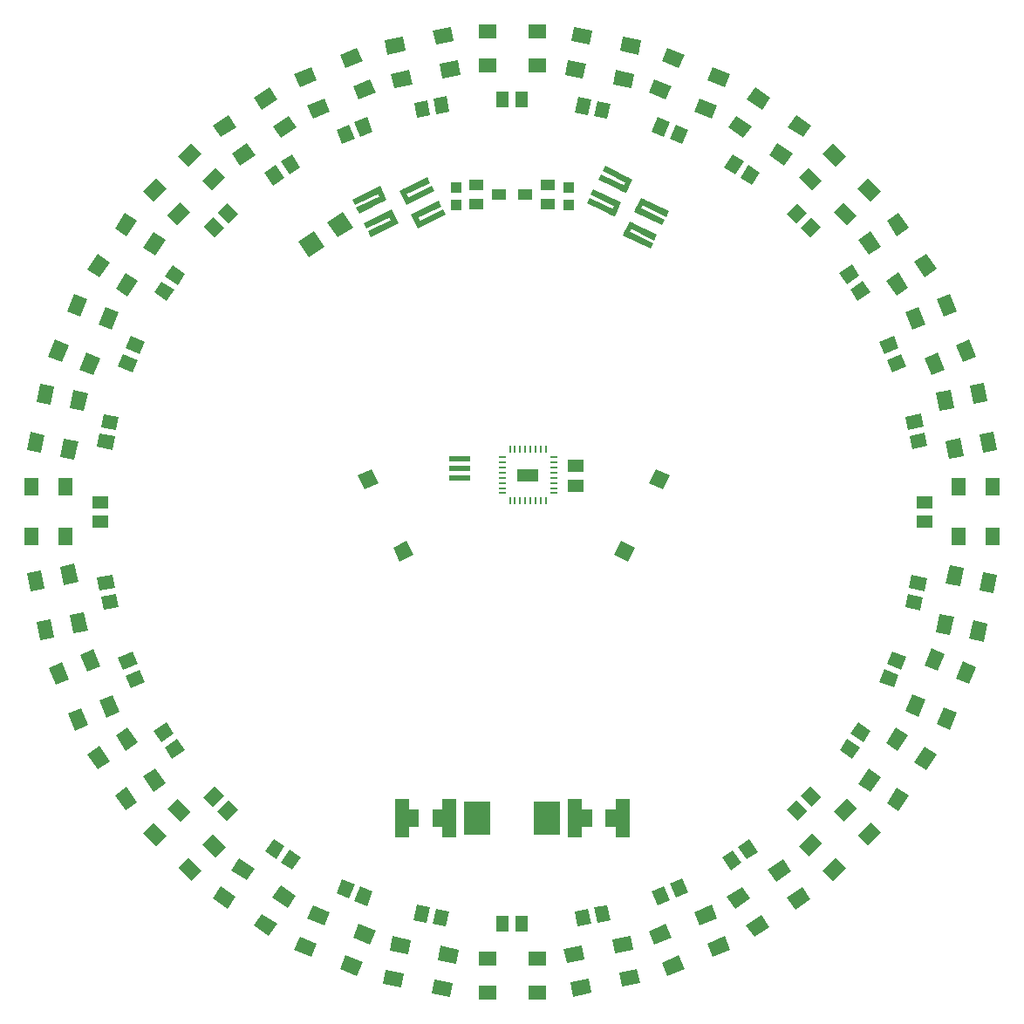
<source format=gbp>
%FSLAX34Y34*%
G04 Gerber Fmt 3.4, Leading zero omitted, Abs format*
G04 (created by PCBNEW (2014-06-29 BZR 4957)-product) date Thu 24 Jul 2014 03:30:55 PM CEST*
%MOIN*%
G01*
G70*
G90*
G04 APERTURE LIST*
%ADD10C,0.003937*%
%ADD11R,0.098400X0.129900*%
%ADD12R,0.070866X0.070866*%
%ADD13R,0.055118X0.149606*%
%ADD14R,0.010000X0.030000*%
%ADD15R,0.030000X0.010000*%
%ADD16R,0.078740X0.049213*%
%ADD17R,0.059000X0.051100*%
%ADD18R,0.051100X0.059000*%
%ADD19R,0.078740X0.023622*%
%ADD20R,0.055118X0.070866*%
%ADD21R,0.070866X0.055118*%
%ADD22R,0.055118X0.039370*%
%ADD23R,0.043300X0.039300*%
G04 APERTURE END LIST*
G54D10*
G36*
X53376Y-26368D02*
X54438Y-25850D01*
X54541Y-26063D01*
X53480Y-26580D01*
X53376Y-26368D01*
X53376Y-26368D01*
G37*
G36*
X53532Y-26686D02*
X54593Y-26169D01*
X54697Y-26381D01*
X53635Y-26899D01*
X53532Y-26686D01*
X53532Y-26686D01*
G37*
G36*
X54261Y-25937D02*
X54438Y-25850D01*
X54697Y-26381D01*
X54520Y-26467D01*
X54261Y-25937D01*
X54261Y-25937D01*
G37*
G36*
X55188Y-26041D02*
X55365Y-25954D01*
X55624Y-26485D01*
X55447Y-26572D01*
X55188Y-26041D01*
X55188Y-26041D01*
G37*
G36*
X54749Y-25142D02*
X54926Y-25056D01*
X55185Y-25586D01*
X55008Y-25673D01*
X54749Y-25142D01*
X54749Y-25142D01*
G37*
G36*
X53823Y-25038D02*
X53999Y-24951D01*
X54258Y-25482D01*
X54081Y-25569D01*
X53823Y-25038D01*
X53823Y-25038D01*
G37*
G36*
X55188Y-26041D02*
X56249Y-25523D01*
X56353Y-25735D01*
X55291Y-26253D01*
X55188Y-26041D01*
X55188Y-26041D01*
G37*
G36*
X55343Y-26359D02*
X56405Y-25841D01*
X56508Y-26054D01*
X55447Y-26572D01*
X55343Y-26359D01*
X55343Y-26359D01*
G37*
G36*
X52938Y-25469D02*
X53999Y-24951D01*
X54103Y-25164D01*
X53041Y-25682D01*
X52938Y-25469D01*
X52938Y-25469D01*
G37*
G36*
X53093Y-25788D02*
X54155Y-25270D01*
X54258Y-25482D01*
X53197Y-26000D01*
X53093Y-25788D01*
X53093Y-25788D01*
G37*
G36*
X54749Y-25142D02*
X55811Y-24624D01*
X55915Y-24837D01*
X54853Y-25354D01*
X54749Y-25142D01*
X54749Y-25142D01*
G37*
G36*
X54905Y-25460D02*
X55966Y-24943D01*
X56070Y-25155D01*
X55008Y-25673D01*
X54905Y-25460D01*
X54905Y-25460D01*
G37*
G36*
X54171Y-25981D02*
X54436Y-25851D01*
X54540Y-26063D01*
X54274Y-26193D01*
X54171Y-25981D01*
X54171Y-25981D01*
G37*
G36*
X54326Y-26299D02*
X54591Y-26170D01*
X54695Y-26382D01*
X54430Y-26511D01*
X54326Y-26299D01*
X54326Y-26299D01*
G37*
G36*
X55345Y-26358D02*
X55610Y-26229D01*
X55714Y-26441D01*
X55448Y-26571D01*
X55345Y-26358D01*
X55345Y-26358D01*
G37*
G36*
X55190Y-26040D02*
X55455Y-25910D01*
X55558Y-26123D01*
X55293Y-26252D01*
X55190Y-26040D01*
X55190Y-26040D01*
G37*
G36*
X53888Y-25400D02*
X54153Y-25271D01*
X54257Y-25483D01*
X53991Y-25613D01*
X53888Y-25400D01*
X53888Y-25400D01*
G37*
G36*
X53732Y-25082D02*
X53998Y-24952D01*
X54101Y-25165D01*
X53836Y-25294D01*
X53732Y-25082D01*
X53732Y-25082D01*
G37*
G36*
X54907Y-25460D02*
X55172Y-25330D01*
X55275Y-25542D01*
X55010Y-25672D01*
X54907Y-25460D01*
X54907Y-25460D01*
G37*
G36*
X54751Y-25141D02*
X55017Y-25012D01*
X55120Y-25224D01*
X54855Y-25353D01*
X54751Y-25141D01*
X54751Y-25141D01*
G37*
G36*
X62162Y-25074D02*
X63223Y-25591D01*
X63120Y-25804D01*
X62058Y-25286D01*
X62162Y-25074D01*
X62162Y-25074D01*
G37*
G36*
X62006Y-25392D02*
X63068Y-25910D01*
X62964Y-26122D01*
X61903Y-25604D01*
X62006Y-25392D01*
X62006Y-25392D01*
G37*
G36*
X63046Y-25505D02*
X63223Y-25591D01*
X62964Y-26122D01*
X62788Y-26036D01*
X63046Y-25505D01*
X63046Y-25505D01*
G37*
G36*
X63535Y-26300D02*
X63712Y-26386D01*
X63453Y-26917D01*
X63276Y-26830D01*
X63535Y-26300D01*
X63535Y-26300D01*
G37*
G36*
X63973Y-25401D02*
X64150Y-25487D01*
X63891Y-26018D01*
X63714Y-25932D01*
X63973Y-25401D01*
X63973Y-25401D01*
G37*
G36*
X63485Y-24606D02*
X63662Y-24693D01*
X63403Y-25223D01*
X63226Y-25137D01*
X63485Y-24606D01*
X63485Y-24606D01*
G37*
G36*
X63535Y-26300D02*
X64596Y-26817D01*
X64493Y-27030D01*
X63431Y-26512D01*
X63535Y-26300D01*
X63535Y-26300D01*
G37*
G36*
X63380Y-26618D02*
X64441Y-27136D01*
X64338Y-27348D01*
X63276Y-26830D01*
X63380Y-26618D01*
X63380Y-26618D01*
G37*
G36*
X62600Y-24175D02*
X63662Y-24693D01*
X63558Y-24905D01*
X62497Y-24387D01*
X62600Y-24175D01*
X62600Y-24175D01*
G37*
G36*
X62445Y-24493D02*
X63506Y-25011D01*
X63403Y-25223D01*
X62341Y-24706D01*
X62445Y-24493D01*
X62445Y-24493D01*
G37*
G36*
X63973Y-25401D02*
X65035Y-25919D01*
X64931Y-26131D01*
X63870Y-25613D01*
X63973Y-25401D01*
X63973Y-25401D01*
G37*
G36*
X63818Y-25719D02*
X64880Y-26237D01*
X64776Y-26449D01*
X63714Y-25932D01*
X63818Y-25719D01*
X63818Y-25719D01*
G37*
G36*
X62956Y-25461D02*
X63222Y-25591D01*
X63118Y-25803D01*
X62853Y-25673D01*
X62956Y-25461D01*
X62956Y-25461D01*
G37*
G36*
X62801Y-25780D02*
X63066Y-25909D01*
X62963Y-26121D01*
X62697Y-25992D01*
X62801Y-25780D01*
X62801Y-25780D01*
G37*
G36*
X63381Y-26619D02*
X63647Y-26748D01*
X63543Y-26961D01*
X63278Y-26831D01*
X63381Y-26619D01*
X63381Y-26619D01*
G37*
G36*
X63537Y-26301D02*
X63802Y-26430D01*
X63699Y-26642D01*
X63433Y-26513D01*
X63537Y-26301D01*
X63537Y-26301D01*
G37*
G36*
X63239Y-24881D02*
X63505Y-25010D01*
X63401Y-25223D01*
X63136Y-25093D01*
X63239Y-24881D01*
X63239Y-24881D01*
G37*
G36*
X63395Y-24562D02*
X63660Y-24692D01*
X63556Y-24904D01*
X63291Y-24775D01*
X63395Y-24562D01*
X63395Y-24562D01*
G37*
G36*
X63820Y-25720D02*
X64085Y-25850D01*
X63982Y-26062D01*
X63716Y-25933D01*
X63820Y-25720D01*
X63820Y-25720D01*
G37*
G36*
X63975Y-25402D02*
X64240Y-25531D01*
X64137Y-25743D01*
X63872Y-25614D01*
X63975Y-25402D01*
X63975Y-25402D01*
G37*
G54D11*
X57716Y-49094D03*
X60394Y-49094D03*
G54D12*
X56338Y-49094D03*
X55157Y-49094D03*
G54D13*
X56653Y-49094D03*
X54842Y-49094D03*
G54D12*
X61771Y-49094D03*
X62952Y-49094D03*
G54D13*
X61456Y-49094D03*
X63267Y-49094D03*
G54D14*
X59161Y-36984D03*
X59358Y-36984D03*
X59555Y-36984D03*
X58964Y-36984D03*
G54D15*
X58669Y-36689D03*
X58669Y-36492D03*
X58669Y-36295D03*
X58669Y-36098D03*
X58669Y-35902D03*
X58669Y-35705D03*
X58669Y-35508D03*
X58669Y-35311D03*
G54D14*
X60342Y-35016D03*
X58964Y-35016D03*
X59161Y-35016D03*
X59358Y-35016D03*
X59555Y-35016D03*
X59751Y-35016D03*
X59948Y-35016D03*
X60145Y-35016D03*
G54D15*
X60637Y-35311D03*
X60637Y-35508D03*
X60637Y-35705D03*
X60637Y-35902D03*
X60637Y-36098D03*
X60637Y-36295D03*
X60637Y-36492D03*
X60637Y-36689D03*
G54D14*
X60342Y-36984D03*
X60145Y-36984D03*
X59948Y-36984D03*
X59751Y-36984D03*
G54D16*
X59653Y-36000D03*
G54D10*
G36*
X56543Y-21516D02*
X56659Y-22095D01*
X56158Y-22195D01*
X56042Y-21616D01*
X56543Y-21516D01*
X56543Y-21516D01*
G37*
G36*
X55810Y-21663D02*
X55925Y-22241D01*
X55424Y-22341D01*
X55309Y-21763D01*
X55810Y-21663D01*
X55810Y-21663D01*
G37*
G36*
X53500Y-22321D02*
X53725Y-22866D01*
X53253Y-23061D01*
X53028Y-22516D01*
X53500Y-22321D01*
X53500Y-22321D01*
G37*
G36*
X52809Y-22607D02*
X53034Y-23152D01*
X52562Y-23348D01*
X52337Y-22803D01*
X52809Y-22607D01*
X52809Y-22607D01*
G37*
G36*
X50634Y-23735D02*
X50962Y-24225D01*
X50538Y-24509D01*
X50209Y-24019D01*
X50634Y-23735D01*
X50634Y-23735D01*
G37*
G36*
X50013Y-24151D02*
X50341Y-24641D01*
X49916Y-24926D01*
X49588Y-24435D01*
X50013Y-24151D01*
X50013Y-24151D01*
G37*
G36*
X48149Y-25606D02*
X48567Y-26023D01*
X48205Y-26384D01*
X47788Y-25967D01*
X48149Y-25606D01*
X48149Y-25606D01*
G37*
G36*
X47620Y-26135D02*
X48038Y-26552D01*
X47676Y-26913D01*
X47259Y-26496D01*
X47620Y-26135D01*
X47620Y-26135D01*
G37*
G36*
X46068Y-27974D02*
X46559Y-28301D01*
X46275Y-28726D01*
X45784Y-28399D01*
X46068Y-27974D01*
X46068Y-27974D01*
G37*
G36*
X45653Y-28596D02*
X46144Y-28923D01*
X45860Y-29348D01*
X45369Y-29021D01*
X45653Y-28596D01*
X45653Y-28596D01*
G37*
G36*
X44476Y-30683D02*
X45021Y-30909D01*
X44825Y-31381D01*
X44280Y-31155D01*
X44476Y-30683D01*
X44476Y-30683D01*
G37*
G36*
X44189Y-31374D02*
X44735Y-31600D01*
X44539Y-32072D01*
X43994Y-31846D01*
X44189Y-31374D01*
X44189Y-31374D01*
G37*
G36*
X43435Y-33675D02*
X44014Y-33790D01*
X43914Y-34291D01*
X43335Y-34176D01*
X43435Y-33675D01*
X43435Y-33675D01*
G37*
G36*
X43289Y-34409D02*
X43868Y-34523D01*
X43769Y-35025D01*
X43190Y-34910D01*
X43289Y-34409D01*
X43289Y-34409D01*
G37*
G54D17*
X43307Y-37027D03*
X43307Y-37775D03*
G54D10*
G36*
X43189Y-39912D02*
X43768Y-39797D01*
X43868Y-40298D01*
X43289Y-40414D01*
X43189Y-39912D01*
X43189Y-39912D01*
G37*
G36*
X43336Y-40646D02*
X43914Y-40530D01*
X44014Y-41031D01*
X43436Y-41147D01*
X43336Y-40646D01*
X43336Y-40646D01*
G37*
G36*
X43994Y-42976D02*
X44539Y-42750D01*
X44735Y-43222D01*
X44189Y-43448D01*
X43994Y-42976D01*
X43994Y-42976D01*
G37*
G36*
X44280Y-43667D02*
X44825Y-43441D01*
X45021Y-43913D01*
X44476Y-44139D01*
X44280Y-43667D01*
X44280Y-43667D01*
G37*
G36*
X45349Y-45782D02*
X45839Y-45454D01*
X46124Y-45879D01*
X45633Y-46207D01*
X45349Y-45782D01*
X45349Y-45782D01*
G37*
G36*
X45765Y-46404D02*
X46255Y-46076D01*
X46540Y-46500D01*
X46049Y-46828D01*
X45765Y-46404D01*
X45765Y-46404D01*
G37*
G36*
X47259Y-48306D02*
X47676Y-47889D01*
X48038Y-48250D01*
X47620Y-48668D01*
X47259Y-48306D01*
X47259Y-48306D01*
G37*
G36*
X47788Y-48835D02*
X48205Y-48418D01*
X48567Y-48779D01*
X48149Y-49197D01*
X47788Y-48835D01*
X47788Y-48835D01*
G37*
G36*
X49607Y-50388D02*
X49935Y-49897D01*
X50360Y-50180D01*
X50033Y-50671D01*
X49607Y-50388D01*
X49607Y-50388D01*
G37*
G36*
X50230Y-50803D02*
X50557Y-50312D01*
X50982Y-50595D01*
X50655Y-51086D01*
X50230Y-50803D01*
X50230Y-50803D01*
G37*
G36*
X52337Y-51980D02*
X52562Y-51435D01*
X53034Y-51630D01*
X52809Y-52176D01*
X52337Y-51980D01*
X52337Y-51980D01*
G37*
G36*
X53028Y-52266D02*
X53253Y-51721D01*
X53725Y-51917D01*
X53500Y-52462D01*
X53028Y-52266D01*
X53028Y-52266D01*
G37*
G36*
X55289Y-53001D02*
X55404Y-52422D01*
X55905Y-52522D01*
X55791Y-53101D01*
X55289Y-53001D01*
X55289Y-53001D01*
G37*
G36*
X56023Y-53147D02*
X56138Y-52568D01*
X56639Y-52667D01*
X56524Y-53246D01*
X56023Y-53147D01*
X56023Y-53147D01*
G37*
G36*
X61563Y-53243D02*
X61452Y-52664D01*
X61953Y-52567D01*
X62065Y-53146D01*
X61563Y-53243D01*
X61563Y-53243D01*
G37*
G36*
X62298Y-53101D02*
X62186Y-52522D01*
X62688Y-52425D01*
X62799Y-53005D01*
X62298Y-53101D01*
X62298Y-53101D01*
G37*
G54D18*
X58681Y-53149D03*
X59429Y-53149D03*
G54D10*
G36*
X64612Y-52445D02*
X64384Y-51901D01*
X64855Y-51703D01*
X65083Y-52247D01*
X64612Y-52445D01*
X64612Y-52445D01*
G37*
G36*
X65302Y-52155D02*
X65073Y-51611D01*
X65544Y-51413D01*
X65773Y-51957D01*
X65302Y-52155D01*
X65302Y-52155D01*
G37*
G36*
X67398Y-51108D02*
X67069Y-50619D01*
X67492Y-50333D01*
X67822Y-50822D01*
X67398Y-51108D01*
X67398Y-51108D01*
G37*
G36*
X68019Y-50690D02*
X67689Y-50200D01*
X68112Y-49915D01*
X68442Y-50404D01*
X68019Y-50690D01*
X68019Y-50690D01*
G37*
G36*
X69960Y-49197D02*
X69543Y-48779D01*
X69904Y-48418D01*
X70321Y-48835D01*
X69960Y-49197D01*
X69960Y-49197D01*
G37*
G36*
X70489Y-48668D02*
X70072Y-48250D01*
X70433Y-47889D01*
X70850Y-48306D01*
X70489Y-48668D01*
X70489Y-48668D01*
G37*
G36*
X72060Y-46828D02*
X71570Y-46500D01*
X71854Y-46076D01*
X72344Y-46404D01*
X72060Y-46828D01*
X72060Y-46828D01*
G37*
G36*
X72476Y-46207D02*
X71986Y-45879D01*
X72270Y-45454D01*
X72760Y-45782D01*
X72476Y-46207D01*
X72476Y-46207D01*
G37*
G36*
X73634Y-44119D02*
X73088Y-43893D01*
X73284Y-43421D01*
X73829Y-43647D01*
X73634Y-44119D01*
X73634Y-44119D01*
G37*
G36*
X73920Y-43428D02*
X73375Y-43202D01*
X73570Y-42730D01*
X74115Y-42956D01*
X73920Y-43428D01*
X73920Y-43428D01*
G37*
G36*
X74654Y-41167D02*
X74075Y-41051D01*
X74175Y-40550D01*
X74754Y-40666D01*
X74654Y-41167D01*
X74654Y-41167D01*
G37*
G36*
X74800Y-40433D02*
X74222Y-40318D01*
X74322Y-39817D01*
X74900Y-39932D01*
X74800Y-40433D01*
X74800Y-40433D01*
G37*
G54D17*
X74803Y-37775D03*
X74803Y-37027D03*
G54D10*
G36*
X74919Y-34890D02*
X74340Y-35005D01*
X74241Y-34504D01*
X74820Y-34389D01*
X74919Y-34890D01*
X74919Y-34890D01*
G37*
G36*
X74774Y-34157D02*
X74195Y-34271D01*
X74096Y-33770D01*
X74674Y-33655D01*
X74774Y-34157D01*
X74774Y-34157D01*
G37*
G36*
X74115Y-31846D02*
X73570Y-32072D01*
X73375Y-31600D01*
X73920Y-31374D01*
X74115Y-31846D01*
X74115Y-31846D01*
G37*
G36*
X73829Y-31155D02*
X73284Y-31381D01*
X73088Y-30909D01*
X73634Y-30683D01*
X73829Y-31155D01*
X73829Y-31155D01*
G37*
G36*
X72740Y-29000D02*
X72250Y-29328D01*
X71966Y-28904D01*
X72456Y-28576D01*
X72740Y-29000D01*
X72740Y-29000D01*
G37*
G36*
X72324Y-28379D02*
X71834Y-28707D01*
X71550Y-28282D01*
X72040Y-27954D01*
X72324Y-28379D01*
X72324Y-28379D01*
G37*
G36*
X70850Y-26496D02*
X70433Y-26913D01*
X70072Y-26552D01*
X70489Y-26135D01*
X70850Y-26496D01*
X70850Y-26496D01*
G37*
G36*
X70321Y-25967D02*
X69904Y-26384D01*
X69543Y-26023D01*
X69960Y-25606D01*
X70321Y-25967D01*
X70321Y-25967D01*
G37*
G36*
X68522Y-24429D02*
X68198Y-24922D01*
X67771Y-24642D01*
X68095Y-24149D01*
X68522Y-24429D01*
X68522Y-24429D01*
G37*
G36*
X67897Y-24019D02*
X67573Y-24512D01*
X67146Y-24231D01*
X67470Y-23738D01*
X67897Y-24019D01*
X67897Y-24019D01*
G37*
G36*
X65773Y-22803D02*
X65547Y-23348D01*
X65075Y-23152D01*
X65301Y-22607D01*
X65773Y-22803D01*
X65773Y-22803D01*
G37*
G36*
X65082Y-22516D02*
X64856Y-23061D01*
X64384Y-22866D01*
X64610Y-22321D01*
X65082Y-22516D01*
X65082Y-22516D01*
G37*
G36*
X62801Y-21802D02*
X62685Y-22381D01*
X62184Y-22281D01*
X62299Y-21702D01*
X62801Y-21802D01*
X62801Y-21802D01*
G37*
G36*
X62067Y-21656D02*
X61951Y-22234D01*
X61450Y-22134D01*
X61566Y-21555D01*
X62067Y-21656D01*
X62067Y-21656D01*
G37*
G54D18*
X59429Y-21653D03*
X58681Y-21653D03*
G54D17*
X61492Y-35645D03*
X61492Y-36393D03*
G54D19*
X57039Y-36114D03*
X57039Y-35740D03*
X57039Y-35366D03*
G54D10*
G36*
X55288Y-39055D02*
X54757Y-39314D01*
X54498Y-38783D01*
X55029Y-38524D01*
X55288Y-39055D01*
X55288Y-39055D01*
G37*
G36*
X53942Y-36295D02*
X53411Y-36554D01*
X53152Y-36023D01*
X53683Y-35764D01*
X53942Y-36295D01*
X53942Y-36295D01*
G37*
G36*
X63478Y-39314D02*
X62947Y-39055D01*
X63206Y-38524D01*
X63737Y-38783D01*
X63478Y-39314D01*
X63478Y-39314D01*
G37*
G36*
X64824Y-36554D02*
X64294Y-36295D01*
X64552Y-35764D01*
X65083Y-36023D01*
X64824Y-36554D01*
X64824Y-36554D01*
G37*
G36*
X51275Y-27667D02*
X50881Y-27078D01*
X51470Y-26683D01*
X51864Y-27272D01*
X51275Y-27667D01*
X51275Y-27667D01*
G37*
G36*
X52387Y-26922D02*
X51993Y-26333D01*
X52582Y-25939D01*
X52976Y-26528D01*
X52387Y-26922D01*
X52387Y-26922D01*
G37*
G36*
X56830Y-19418D02*
X56135Y-19556D01*
X56027Y-19016D01*
X56722Y-18877D01*
X56830Y-19418D01*
X56830Y-19418D01*
G37*
G36*
X57085Y-20692D02*
X56390Y-20830D01*
X56282Y-20290D01*
X56977Y-20151D01*
X57085Y-20692D01*
X57085Y-20692D01*
G37*
G36*
X55232Y-21062D02*
X54537Y-21201D01*
X54429Y-20660D01*
X55124Y-20521D01*
X55232Y-21062D01*
X55232Y-21062D01*
G37*
G36*
X54977Y-19788D02*
X54282Y-19927D01*
X54174Y-19386D01*
X54869Y-19247D01*
X54977Y-19788D01*
X54977Y-19788D01*
G37*
G36*
X53340Y-20180D02*
X52685Y-20452D01*
X52475Y-19942D01*
X53129Y-19671D01*
X53340Y-20180D01*
X53340Y-20180D01*
G37*
G36*
X53837Y-21381D02*
X53183Y-21652D01*
X52972Y-21143D01*
X53626Y-20871D01*
X53837Y-21381D01*
X53837Y-21381D01*
G37*
G36*
X52091Y-22104D02*
X51437Y-22375D01*
X51226Y-21866D01*
X51880Y-21595D01*
X52091Y-22104D01*
X52091Y-22104D01*
G37*
G36*
X51594Y-20904D02*
X50940Y-21175D01*
X50729Y-20666D01*
X51383Y-20394D01*
X51594Y-20904D01*
X51594Y-20904D01*
G37*
G36*
X50084Y-21643D02*
X49495Y-22037D01*
X49188Y-21579D01*
X49777Y-21185D01*
X50084Y-21643D01*
X50084Y-21643D01*
G37*
G36*
X50806Y-22723D02*
X50218Y-23117D01*
X49911Y-22659D01*
X50500Y-22265D01*
X50806Y-22723D01*
X50806Y-22723D01*
G37*
G36*
X49236Y-23774D02*
X48647Y-24168D01*
X48341Y-23710D01*
X48929Y-23316D01*
X49236Y-23774D01*
X49236Y-23774D01*
G37*
G36*
X48513Y-22694D02*
X47924Y-23089D01*
X47618Y-22631D01*
X48207Y-22236D01*
X48513Y-22694D01*
X48513Y-22694D01*
G37*
G36*
X47169Y-23698D02*
X46668Y-24199D01*
X46279Y-23810D01*
X46780Y-23308D01*
X47169Y-23698D01*
X47169Y-23698D01*
G37*
G36*
X48088Y-24617D02*
X47587Y-25118D01*
X47197Y-24728D01*
X47698Y-24227D01*
X48088Y-24617D01*
X48088Y-24617D01*
G37*
G36*
X46752Y-25953D02*
X46251Y-26454D01*
X45861Y-26065D01*
X46362Y-25563D01*
X46752Y-25953D01*
X46752Y-25953D01*
G37*
G36*
X45833Y-25035D02*
X45332Y-25536D01*
X44942Y-25146D01*
X45443Y-24645D01*
X45833Y-25035D01*
X45833Y-25035D01*
G37*
G36*
X44720Y-26290D02*
X44327Y-26879D01*
X43868Y-26574D01*
X44262Y-25984D01*
X44720Y-26290D01*
X44720Y-26290D01*
G37*
G36*
X45801Y-27011D02*
X45408Y-27600D01*
X44949Y-27294D01*
X45343Y-26705D01*
X45801Y-27011D01*
X45801Y-27011D01*
G37*
G36*
X44753Y-28583D02*
X44359Y-29172D01*
X43901Y-28867D01*
X44294Y-28277D01*
X44753Y-28583D01*
X44753Y-28583D01*
G37*
G36*
X43672Y-27862D02*
X43278Y-28452D01*
X42820Y-28146D01*
X43213Y-27556D01*
X43672Y-27862D01*
X43672Y-27862D01*
G37*
G36*
X42828Y-29286D02*
X42557Y-29941D01*
X42048Y-29730D01*
X42319Y-29075D01*
X42828Y-29286D01*
X42828Y-29286D01*
G37*
G36*
X44029Y-29783D02*
X43757Y-30438D01*
X43248Y-30227D01*
X43519Y-29572D01*
X44029Y-29783D01*
X44029Y-29783D01*
G37*
G36*
X43305Y-31529D02*
X43034Y-32184D01*
X42525Y-31973D01*
X42796Y-31318D01*
X43305Y-31529D01*
X43305Y-31529D01*
G37*
G36*
X42105Y-31032D02*
X41834Y-31687D01*
X41325Y-31476D01*
X41596Y-30821D01*
X42105Y-31032D01*
X42105Y-31032D01*
G37*
G36*
X41558Y-32609D02*
X41421Y-33304D01*
X40880Y-33197D01*
X41018Y-32502D01*
X41558Y-32609D01*
X41558Y-32609D01*
G37*
G36*
X42833Y-32861D02*
X42695Y-33557D01*
X42154Y-33450D01*
X42292Y-32754D01*
X42833Y-32861D01*
X42833Y-32861D01*
G37*
G36*
X42466Y-34715D02*
X42328Y-35410D01*
X41787Y-35303D01*
X41925Y-34608D01*
X42466Y-34715D01*
X42466Y-34715D01*
G37*
G36*
X41191Y-34463D02*
X41053Y-35158D01*
X40513Y-35051D01*
X40650Y-34356D01*
X41191Y-34463D01*
X41191Y-34463D01*
G37*
G54D20*
X40688Y-36456D03*
X41988Y-36456D03*
X41988Y-38346D03*
X40688Y-38346D03*
G54D10*
G36*
X41051Y-39645D02*
X41190Y-40340D01*
X40650Y-40448D01*
X40511Y-39753D01*
X41051Y-39645D01*
X41051Y-39645D01*
G37*
G36*
X42325Y-39391D02*
X42464Y-40086D01*
X41924Y-40194D01*
X41785Y-39499D01*
X42325Y-39391D01*
X42325Y-39391D01*
G37*
G36*
X42696Y-41244D02*
X42835Y-41939D01*
X42294Y-42047D01*
X42155Y-41352D01*
X42696Y-41244D01*
X42696Y-41244D01*
G37*
G36*
X41422Y-41498D02*
X41561Y-42193D01*
X41020Y-42301D01*
X40881Y-41606D01*
X41422Y-41498D01*
X41422Y-41498D01*
G37*
G36*
X41854Y-43155D02*
X42125Y-43810D01*
X41616Y-44021D01*
X41344Y-43366D01*
X41854Y-43155D01*
X41854Y-43155D01*
G37*
G36*
X43054Y-42658D02*
X43325Y-43312D01*
X42816Y-43523D01*
X42545Y-42869D01*
X43054Y-42658D01*
X43054Y-42658D01*
G37*
G36*
X43777Y-44404D02*
X44048Y-45058D01*
X43539Y-45269D01*
X43268Y-44615D01*
X43777Y-44404D01*
X43777Y-44404D01*
G37*
G36*
X42577Y-44901D02*
X42848Y-45556D01*
X42339Y-45766D01*
X42068Y-45112D01*
X42577Y-44901D01*
X42577Y-44901D01*
G37*
G36*
X43277Y-46352D02*
X43671Y-46941D01*
X43213Y-47248D01*
X42819Y-46659D01*
X43277Y-46352D01*
X43277Y-46352D01*
G37*
G36*
X44357Y-45630D02*
X44751Y-46218D01*
X44293Y-46525D01*
X43899Y-45936D01*
X44357Y-45630D01*
X44357Y-45630D01*
G37*
G36*
X45408Y-47200D02*
X45802Y-47789D01*
X45344Y-48095D01*
X44950Y-47507D01*
X45408Y-47200D01*
X45408Y-47200D01*
G37*
G36*
X44328Y-47923D02*
X44722Y-48512D01*
X44264Y-48818D01*
X43870Y-48229D01*
X44328Y-47923D01*
X44328Y-47923D01*
G37*
G36*
X45352Y-49286D02*
X45853Y-49787D01*
X45463Y-50177D01*
X44962Y-49676D01*
X45352Y-49286D01*
X45352Y-49286D01*
G37*
G36*
X46270Y-48368D02*
X46772Y-48869D01*
X46382Y-49258D01*
X45881Y-48757D01*
X46270Y-48368D01*
X46270Y-48368D01*
G37*
G36*
X47607Y-49704D02*
X48108Y-50205D01*
X47718Y-50595D01*
X47217Y-50094D01*
X47607Y-49704D01*
X47607Y-49704D01*
G37*
G36*
X46688Y-50622D02*
X47189Y-51124D01*
X46799Y-51513D01*
X46298Y-51012D01*
X46688Y-50622D01*
X46688Y-50622D01*
G37*
G36*
X47904Y-51716D02*
X48494Y-52109D01*
X48188Y-52568D01*
X47598Y-52174D01*
X47904Y-51716D01*
X47904Y-51716D01*
G37*
G36*
X48625Y-50635D02*
X49214Y-51028D01*
X48909Y-51487D01*
X48319Y-51093D01*
X48625Y-50635D01*
X48625Y-50635D01*
G37*
G36*
X50197Y-51683D02*
X50787Y-52077D01*
X50481Y-52535D01*
X49891Y-52142D01*
X50197Y-51683D01*
X50197Y-51683D01*
G37*
G36*
X49476Y-52764D02*
X50066Y-53158D01*
X49760Y-53616D01*
X49170Y-53223D01*
X49476Y-52764D01*
X49476Y-52764D01*
G37*
G36*
X50940Y-53627D02*
X51594Y-53899D01*
X51383Y-54408D01*
X50729Y-54137D01*
X50940Y-53627D01*
X50940Y-53627D01*
G37*
G36*
X51437Y-52427D02*
X52091Y-52698D01*
X51880Y-53207D01*
X51226Y-52936D01*
X51437Y-52427D01*
X51437Y-52427D01*
G37*
G36*
X53183Y-53150D02*
X53837Y-53421D01*
X53626Y-53931D01*
X52972Y-53659D01*
X53183Y-53150D01*
X53183Y-53150D01*
G37*
G36*
X52685Y-54351D02*
X53340Y-54622D01*
X53129Y-55131D01*
X52475Y-54860D01*
X52685Y-54351D01*
X52685Y-54351D01*
G37*
G36*
X54223Y-54898D02*
X54918Y-55035D01*
X54811Y-55576D01*
X54116Y-55438D01*
X54223Y-54898D01*
X54223Y-54898D01*
G37*
G36*
X54476Y-53623D02*
X55171Y-53761D01*
X55064Y-54301D01*
X54369Y-54164D01*
X54476Y-53623D01*
X54476Y-53623D01*
G37*
G36*
X56329Y-53990D02*
X57025Y-54128D01*
X56917Y-54668D01*
X56222Y-54531D01*
X56329Y-53990D01*
X56329Y-53990D01*
G37*
G36*
X56077Y-55265D02*
X56772Y-55402D01*
X56665Y-55943D01*
X55970Y-55805D01*
X56077Y-55265D01*
X56077Y-55265D01*
G37*
G54D21*
X58110Y-55767D03*
X58110Y-54468D03*
X60000Y-54468D03*
X60000Y-55767D03*
G54D10*
G36*
X61282Y-55391D02*
X61977Y-55248D01*
X62087Y-55788D01*
X61393Y-55931D01*
X61282Y-55391D01*
X61282Y-55391D01*
G37*
G36*
X61021Y-54118D02*
X61715Y-53976D01*
X61826Y-54516D01*
X61132Y-54658D01*
X61021Y-54118D01*
X61021Y-54118D01*
G37*
G36*
X62872Y-53738D02*
X63566Y-53596D01*
X63677Y-54136D01*
X62983Y-54278D01*
X62872Y-53738D01*
X62872Y-53738D01*
G37*
G36*
X63134Y-55011D02*
X63828Y-54868D01*
X63939Y-55408D01*
X63244Y-55551D01*
X63134Y-55011D01*
X63134Y-55011D01*
G37*
G36*
X64774Y-54627D02*
X65427Y-54353D01*
X65640Y-54861D01*
X64987Y-55135D01*
X64774Y-54627D01*
X64774Y-54627D01*
G37*
G36*
X64270Y-53430D02*
X64923Y-53155D01*
X65137Y-53663D01*
X64484Y-53938D01*
X64270Y-53430D01*
X64270Y-53430D01*
G37*
G36*
X66012Y-52697D02*
X66665Y-52423D01*
X66879Y-52931D01*
X66226Y-53205D01*
X66012Y-52697D01*
X66012Y-52697D01*
G37*
G36*
X66516Y-53895D02*
X67169Y-53620D01*
X67382Y-54128D01*
X66729Y-54403D01*
X66516Y-53895D01*
X66516Y-53895D01*
G37*
G36*
X67990Y-53201D02*
X68577Y-52805D01*
X68886Y-53262D01*
X68298Y-53658D01*
X67990Y-53201D01*
X67990Y-53201D01*
G37*
G36*
X67263Y-52124D02*
X67851Y-51728D01*
X68159Y-52185D01*
X67572Y-52581D01*
X67263Y-52124D01*
X67263Y-52124D01*
G37*
G36*
X68830Y-51068D02*
X69418Y-50671D01*
X69726Y-51128D01*
X69138Y-51525D01*
X68830Y-51068D01*
X68830Y-51068D01*
G37*
G36*
X69557Y-52145D02*
X70144Y-51748D01*
X70452Y-52205D01*
X69865Y-52602D01*
X69557Y-52145D01*
X69557Y-52145D01*
G37*
G36*
X70922Y-51105D02*
X71422Y-50603D01*
X71813Y-50992D01*
X71313Y-51494D01*
X70922Y-51105D01*
X70922Y-51105D01*
G37*
G36*
X70002Y-50188D02*
X70502Y-49686D01*
X70893Y-50075D01*
X70392Y-50577D01*
X70002Y-50188D01*
X70002Y-50188D01*
G37*
G36*
X71336Y-48849D02*
X71836Y-48347D01*
X72226Y-48736D01*
X71726Y-49238D01*
X71336Y-48849D01*
X71336Y-48849D01*
G37*
G36*
X72256Y-49766D02*
X72756Y-49264D01*
X73147Y-49654D01*
X72647Y-50156D01*
X72256Y-49766D01*
X72256Y-49766D01*
G37*
G36*
X73369Y-48532D02*
X73763Y-47942D01*
X74221Y-48248D01*
X73828Y-48838D01*
X73369Y-48532D01*
X73369Y-48532D01*
G37*
G36*
X72288Y-47811D02*
X72682Y-47222D01*
X73140Y-47527D01*
X72747Y-48117D01*
X72288Y-47811D01*
X72288Y-47811D01*
G37*
G36*
X73337Y-46239D02*
X73730Y-45649D01*
X74189Y-45955D01*
X73796Y-46545D01*
X73337Y-46239D01*
X73337Y-46239D01*
G37*
G36*
X74418Y-46960D02*
X74811Y-46370D01*
X75270Y-46676D01*
X74876Y-47266D01*
X74418Y-46960D01*
X74418Y-46960D01*
G37*
G36*
X75281Y-45516D02*
X75552Y-44861D01*
X76061Y-45072D01*
X75790Y-45727D01*
X75281Y-45516D01*
X75281Y-45516D01*
G37*
G36*
X74081Y-45019D02*
X74352Y-44364D01*
X74861Y-44575D01*
X74590Y-45230D01*
X74081Y-45019D01*
X74081Y-45019D01*
G37*
G36*
X74804Y-43273D02*
X75075Y-42618D01*
X75584Y-42829D01*
X75313Y-43484D01*
X74804Y-43273D01*
X74804Y-43273D01*
G37*
G36*
X76004Y-43770D02*
X76275Y-43116D01*
X76785Y-43326D01*
X76513Y-43981D01*
X76004Y-43770D01*
X76004Y-43770D01*
G37*
G36*
X76529Y-42252D02*
X76668Y-41557D01*
X77208Y-41665D01*
X77070Y-42360D01*
X76529Y-42252D01*
X76529Y-42252D01*
G37*
G36*
X75255Y-41998D02*
X75394Y-41303D01*
X75934Y-41411D01*
X75795Y-42106D01*
X75255Y-41998D01*
X75255Y-41998D01*
G37*
G36*
X75625Y-40145D02*
X75764Y-39450D01*
X76305Y-39558D01*
X76166Y-40253D01*
X75625Y-40145D01*
X75625Y-40145D01*
G37*
G36*
X76899Y-40399D02*
X77038Y-39704D01*
X77579Y-39812D01*
X77440Y-40507D01*
X76899Y-40399D01*
X76899Y-40399D01*
G37*
G54D20*
X77421Y-38346D03*
X76122Y-38346D03*
X76122Y-36456D03*
X77421Y-36456D03*
G54D10*
G36*
X77036Y-35138D02*
X76898Y-34443D01*
X77439Y-34336D01*
X77577Y-35031D01*
X77036Y-35138D01*
X77036Y-35138D01*
G37*
G36*
X75762Y-35391D02*
X75624Y-34696D01*
X76165Y-34588D01*
X76302Y-35284D01*
X75762Y-35391D01*
X75762Y-35391D01*
G37*
G36*
X75395Y-33537D02*
X75257Y-32842D01*
X75798Y-32735D01*
X75935Y-33430D01*
X75395Y-33537D01*
X75395Y-33537D01*
G37*
G36*
X76669Y-33285D02*
X76531Y-32589D01*
X77072Y-32482D01*
X77210Y-33177D01*
X76669Y-33285D01*
X76669Y-33285D01*
G37*
G36*
X76273Y-31688D02*
X76003Y-31033D01*
X76513Y-30823D01*
X76783Y-31478D01*
X76273Y-31688D01*
X76273Y-31688D01*
G37*
G36*
X75072Y-32183D02*
X74802Y-31528D01*
X75312Y-31318D01*
X75582Y-31973D01*
X75072Y-32183D01*
X75072Y-32183D01*
G37*
G36*
X74352Y-30436D02*
X74082Y-29781D01*
X74592Y-29571D01*
X74862Y-30226D01*
X74352Y-30436D01*
X74352Y-30436D01*
G37*
G36*
X75553Y-29941D02*
X75283Y-29286D01*
X75793Y-29076D01*
X76063Y-29731D01*
X75553Y-29941D01*
X75553Y-29941D01*
G37*
G36*
X74813Y-28430D02*
X74418Y-27841D01*
X74876Y-27535D01*
X75271Y-28123D01*
X74813Y-28430D01*
X74813Y-28430D01*
G37*
G36*
X73733Y-29153D02*
X73339Y-28564D01*
X73797Y-28257D01*
X74191Y-28846D01*
X73733Y-29153D01*
X73733Y-29153D01*
G37*
G36*
X72682Y-27582D02*
X72287Y-26994D01*
X72745Y-26687D01*
X73140Y-27276D01*
X72682Y-27582D01*
X72682Y-27582D01*
G37*
G36*
X73761Y-26860D02*
X73367Y-26271D01*
X73825Y-25964D01*
X74219Y-26553D01*
X73761Y-26860D01*
X73761Y-26860D01*
G37*
G36*
X72757Y-25536D02*
X72256Y-25035D01*
X72646Y-24645D01*
X73147Y-25146D01*
X72757Y-25536D01*
X72757Y-25536D01*
G37*
G36*
X71839Y-26454D02*
X71338Y-25953D01*
X71727Y-25563D01*
X72229Y-26065D01*
X71839Y-26454D01*
X71839Y-26454D01*
G37*
G36*
X70503Y-25118D02*
X70001Y-24617D01*
X70391Y-24227D01*
X70892Y-24728D01*
X70503Y-25118D01*
X70503Y-25118D01*
G37*
G36*
X71421Y-24199D02*
X70920Y-23698D01*
X71310Y-23308D01*
X71811Y-23810D01*
X71421Y-24199D01*
X71421Y-24199D01*
G37*
G36*
X70185Y-23089D02*
X69596Y-22694D01*
X69903Y-22236D01*
X70491Y-22631D01*
X70185Y-23089D01*
X70185Y-23089D01*
G37*
G36*
X69462Y-24168D02*
X68873Y-23774D01*
X69180Y-23316D01*
X69769Y-23710D01*
X69462Y-24168D01*
X69462Y-24168D01*
G37*
G36*
X67892Y-23117D02*
X67303Y-22723D01*
X67609Y-22265D01*
X68198Y-22659D01*
X67892Y-23117D01*
X67892Y-23117D01*
G37*
G36*
X68614Y-22037D02*
X68026Y-21643D01*
X68332Y-21185D01*
X68921Y-21579D01*
X68614Y-22037D01*
X68614Y-22037D01*
G37*
G36*
X67170Y-21175D02*
X66515Y-20904D01*
X66726Y-20394D01*
X67381Y-20666D01*
X67170Y-21175D01*
X67170Y-21175D01*
G37*
G36*
X66673Y-22375D02*
X66018Y-22104D01*
X66229Y-21595D01*
X66883Y-21866D01*
X66673Y-22375D01*
X66673Y-22375D01*
G37*
G36*
X64927Y-21652D02*
X64272Y-21381D01*
X64483Y-20871D01*
X65138Y-21143D01*
X64927Y-21652D01*
X64927Y-21652D01*
G37*
G36*
X65424Y-20452D02*
X64769Y-20180D01*
X64980Y-19671D01*
X65635Y-19942D01*
X65424Y-20452D01*
X65424Y-20452D01*
G37*
G36*
X63866Y-19927D02*
X63172Y-19788D01*
X63280Y-19247D01*
X63975Y-19386D01*
X63866Y-19927D01*
X63866Y-19927D01*
G37*
G36*
X63612Y-21201D02*
X62917Y-21062D01*
X63025Y-20521D01*
X63720Y-20660D01*
X63612Y-21201D01*
X63612Y-21201D01*
G37*
G36*
X61759Y-20830D02*
X61064Y-20692D01*
X61172Y-20151D01*
X61867Y-20290D01*
X61759Y-20830D01*
X61759Y-20830D01*
G37*
G36*
X62013Y-19556D02*
X61318Y-19418D01*
X61426Y-18877D01*
X62121Y-19016D01*
X62013Y-19556D01*
X62013Y-19556D01*
G37*
G54D21*
X60000Y-19035D03*
X60000Y-20334D03*
X58110Y-20334D03*
X58110Y-19035D03*
G54D22*
X60413Y-24901D03*
X60413Y-25649D03*
X59547Y-25275D03*
X57696Y-25649D03*
X57696Y-24901D03*
X58562Y-25275D03*
G54D23*
X56909Y-25688D03*
X56909Y-25020D03*
X61200Y-25020D03*
X61200Y-25688D03*
M02*

</source>
